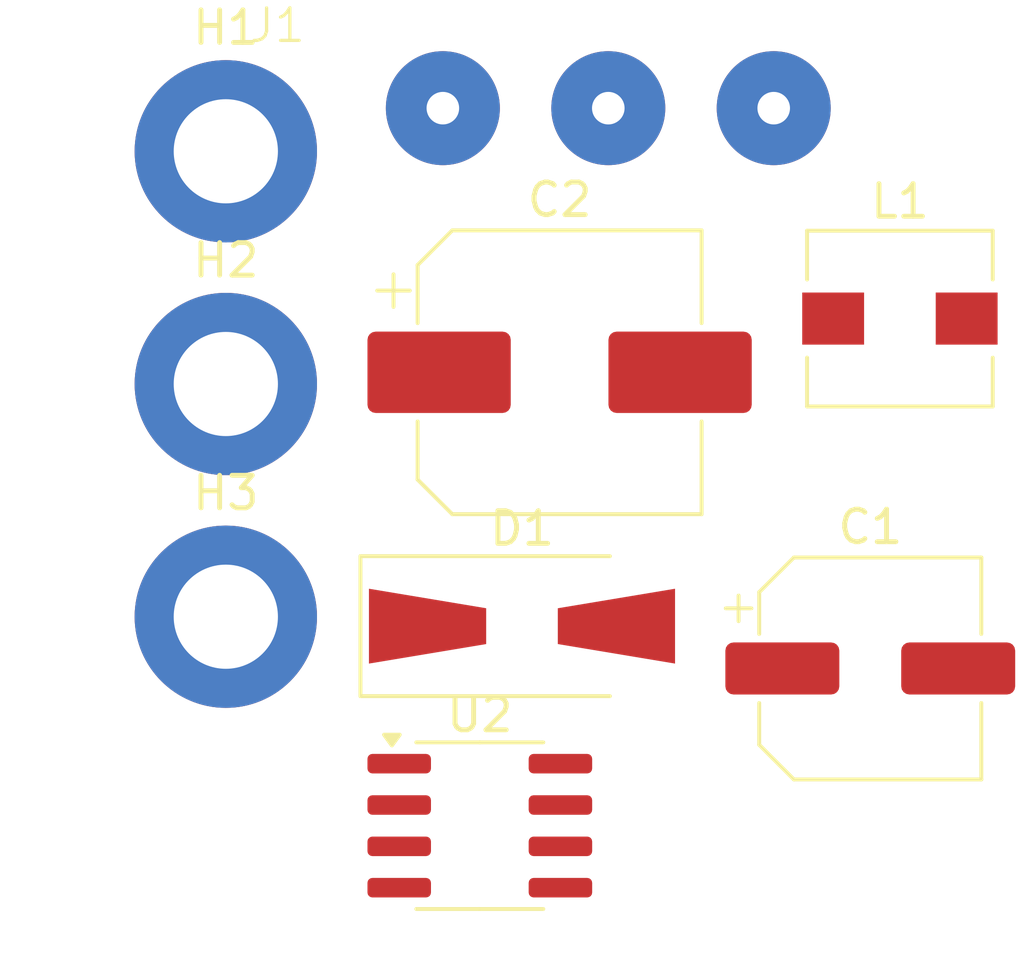
<source format=kicad_pcb>
(kicad_pcb (version 20240108) (generator "pcbnew") (generator_version "8.0")
  (layers (0 "F.Cu" signal) (31 "B.Cu" signal) (34 "B.Paste" user) (35 "F.Paste" user) (36 "B.SilkS" user "B.Silkscreen") (37 "F.SilkS" user "F.Silkscreen") (38 "B.Mask" user) (39 "F.Mask" user) (44 "Edge.Cuts" user))
  (net 0 "")
  (net 1 "GND")
  (net 2 "+15V")
  (net 3 "+5V")
  (net 4 "Net-(D1-K)")
  (footprint "Inductor_SMD:L_Wuerth_HCI-5040" (layer "F.Cu") (at 99.556 47.924)
    (property "Reference" "L1" (at 0 -3.6 0) (layer "F.SilkS"))
    (property "Value" "100 uH")
    (fp_line (start -2.85 -2.7) (end 2.85 -2.7) (stroke (width 0.12)) (layer "F.SilkS"))
    (fp_line (start -2.85 -1.2) (end -2.85 -2.7) (stroke (width 0.12)) (layer "F.SilkS"))
    (fp_line (start -2.85 1.2) (end -2.85 2.7) (stroke (width 0.12)) (layer "F.SilkS"))
    (fp_line (start -2.85 2.7) (end 2.85 2.7) (stroke (width 0.12)) (layer "F.SilkS"))
    (fp_line (start 2.85 -2.7) (end 2.85 -1.2) (stroke (width 0.12)) (layer "F.SilkS"))
    (fp_line (start 2.85 2.7) (end 2.85 1.2) (stroke (width 0.12)) (layer "F.SilkS"))
    (pad "1" smd rect (at -2.05 0) (size 1.9 1.6) (layers "F.Cu" "F.Paste" "F.Mask") (net 4 "Net-(D1-K)"))
    (pad "2" smd rect (at 2.05 0) (size 1.9 1.6) (layers "F.Cu" "F.Paste" "F.Mask") (net 3 "+5V"))
  )
  (footprint "Castillation:cast" (layer "F.Cu") (at 85.521 41.459)
    (property "Reference" "J1" (at -5.08 -2.54 0) (layer "F.SilkS") (effects (font (thickness 0.1))))
    (property "Value" "Conn_01x03_Pin")
    (pad "1" thru_hole circle (at 0 0) (size 3.5 3.5) (drill 1) (property pad_prop_castellated) (layers "*.Cu" "*.Mask") (net 3 "+5V"))
    (pad "2" thru_hole circle (at 5.08 0) (size 3.5 3.5) (drill 1) (property pad_prop_castellated) (layers "*.Cu" "*.Mask") (net 1 "GND"))
    (pad "3" thru_hole circle (at 10.16 0) (size 3.5 3.5) (drill 1) (property pad_prop_castellated) (layers "*.Cu" "*.Mask") (net 2 "+15V"))
  )
  (footprint "MountingHole:MountingHole_3.2mm_M3_DIN965_Pad" (layer "F.Cu") (at 78.856 57.084)
    (property "Reference" "H3" (at 0 -3.8 0) (layer "F.SilkS"))
    (property "Value" "MountingHole_Pad")
    (pad "1" thru_hole circle (at 0 0) (size 5.6 5.6) (drill 3.2) (layers "*.Cu" "*.Mask") (net 3 "+5V"))
  )
  (footprint "MountingHole:MountingHole_3.2mm_M3_DIN965_Pad" (layer "F.Cu") (at 78.856 49.934)
    (property "Reference" "H2" (at 0 -3.8 0) (layer "F.SilkS"))
    (property "Value" "MountingHole_Pad")
    (pad "1" thru_hole circle (at 0 0) (size 5.6 5.6) (drill 3.2) (layers "*.Cu" "*.Mask") (net 1 "GND"))
  )
  (footprint "Capacitor_SMD:CP_Elec_8x10.5" (layer "F.Cu") (at 89.106 49.574)
    (property "Reference" "C2" (at 0 -5.3 0) (layer "F.SilkS"))
    (property "Value" "1000 uF")
    (fp_line (start -5.6 -2.51) (end -4.6 -2.51) (stroke (width 0.12)) (layer "F.SilkS"))
    (fp_line (start -5.1 -3.01) (end -5.1 -2.01) (stroke (width 0.12)) (layer "F.SilkS"))
    (fp_line (start -4.36 -3.295563) (end -4.36 -1.51) (stroke (width 0.12)) (layer "F.SilkS"))
    (fp_line (start -4.36 -3.295563) (end -3.295563 -4.36) (stroke (width 0.12)) (layer "F.SilkS"))
    (fp_line (start -4.36 3.295563) (end -4.36 1.51) (stroke (width 0.12)) (layer "F.SilkS"))
    (fp_line (start -4.36 3.295563) (end -3.295563 4.36) (stroke (width 0.12)) (layer "F.SilkS"))
    (fp_line (start -3.295563 -4.36) (end 4.36 -4.36) (stroke (width 0.12)) (layer "F.SilkS"))
    (fp_line (start -3.295563 4.36) (end 4.36 4.36) (stroke (width 0.12)) (layer "F.SilkS"))
    (fp_line (start 4.36 -4.36) (end 4.36 -1.51) (stroke (width 0.12)) (layer "F.SilkS"))
    (fp_line (start 4.36 4.36) (end 4.36 1.51) (stroke (width 0.12)) (layer "F.SilkS"))
    (pad "1" smd roundrect (at -3.7 0) (size 4.4 2.5) (layers "F.Cu" "F.Paste" "F.Mask") (roundrect_rratio 0.1) (net 3 "+5V"))
    (pad "2" smd roundrect (at 3.7 0) (size 4.4 2.5) (layers "F.Cu" "F.Paste" "F.Mask") (roundrect_rratio 0.1) (net 1 "GND"))
  )
  (footprint "Capacitor_SMD:CP_Elec_6.3x5.4_Nichicon" (layer "F.Cu") (at 98.646 58.674)
    (property "Reference" "C1" (at 0 -4.35 0) (layer "F.SilkS"))
    (property "Value" "100 uF")
    (fp_line (start -4.4375 -1.8475) (end -3.65 -1.8475) (stroke (width 0.12)) (layer "F.SilkS"))
    (fp_line (start -4.04375 -2.24125) (end -4.04375 -1.45375) (stroke (width 0.12)) (layer "F.SilkS"))
    (fp_line (start -3.41 -2.345563) (end -3.41 -1.06) (stroke (width 0.12)) (layer "F.SilkS"))
    (fp_line (start -3.41 -2.345563) (end -2.345563 -3.41) (stroke (width 0.12)) (layer "F.SilkS"))
    (fp_line (start -3.41 2.345563) (end -3.41 1.06) (stroke (width 0.12)) (layer "F.SilkS"))
    (fp_line (start -3.41 2.345563) (end -2.345563 3.41) (stroke (width 0.12)) (layer "F.SilkS"))
    (fp_line (start -2.345563 -3.41) (end 3.41 -3.41) (stroke (width 0.12)) (layer "F.SilkS"))
    (fp_line (start -2.345563 3.41) (end 3.41 3.41) (stroke (width 0.12)) (layer "F.SilkS"))
    (fp_line (start 3.41 -3.41) (end 3.41 -1.06) (stroke (width 0.12)) (layer "F.SilkS"))
    (fp_line (start 3.41 3.41) (end 3.41 1.06) (stroke (width 0.12)) (layer "F.SilkS"))
    (pad "1" smd roundrect (at -2.7 0) (size 3.5 1.6) (layers "F.Cu" "F.Paste" "F.Mask") (roundrect_rratio 0.15625) (net 2 "+15V"))
    (pad "2" smd roundrect (at 2.7 0) (size 3.5 1.6) (layers "F.Cu" "F.Paste" "F.Mask") (roundrect_rratio 0.15625) (net 1 "GND"))
  )
  (footprint "MountingHole:MountingHole_3.2mm_M3_DIN965_Pad" (layer "F.Cu") (at 78.856 42.784)
    (property "Reference" "H1" (at 0 -3.8 0) (layer "F.SilkS"))
    (property "Value" "MountingHole_Pad")
    (pad "1" thru_hole circle (at 0 0) (size 5.6 5.6) (drill 3.2) (layers "*.Cu" "*.Mask") (net 2 "+15V"))
  )
  (footprint "Package_SO:SOIC-8_3.9x4.9mm_P1.27mm" (layer "F.Cu") (at 86.656 63.504)
    (property "Reference" "U2" (at 0 -3.4 0) (layer "F.SilkS"))
    (property "Value" "GL2576-5.0SF8DR")
    (fp_line (start 0 -2.56) (end -1.95 -2.56) (stroke (width 0.12)) (layer "F.SilkS"))
    (fp_line (start 0 -2.56) (end 1.95 -2.56) (stroke (width 0.12)) (layer "F.SilkS"))
    (fp_line (start 0 2.56) (end -1.95 2.56) (stroke (width 0.12)) (layer "F.SilkS"))
    (fp_line (start 0 2.56) (end 1.95 2.56) (stroke (width 0.12)) (layer "F.SilkS"))
    (fp_poly (pts (xy -2.7 -2.465) (xy -2.94 -2.795) (xy -2.46 -2.795) (xy -2.7 -2.465)) (stroke (width 0.12)) (fill solid) (layer "F.SilkS"))
    (pad "1" smd roundrect (at -2.475 -1.905) (size 1.95 0.6) (layers "F.Cu" "F.Paste" "F.Mask") (net 2 "+15V"))
    (pad "2" smd roundrect (at -2.475 -0.635) (size 1.95 0.6) (layers "F.Cu" "F.Paste" "F.Mask") (net 4 "Net-(D1-K)"))
    (pad "3" smd roundrect (at -2.475 0.635) (size 1.95 0.6) (layers "F.Cu" "F.Paste" "F.Mask") (net 3 "+5V"))
    (pad "4" smd roundrect (at -2.475 1.905) (size 1.95 0.6) (layers "F.Cu" "F.Paste" "F.Mask") (net 1 "GND"))
    (pad "5" smd roundrect (at 2.475 1.905) (size 1.95 0.6) (layers "F.Cu" "F.Paste" "F.Mask") (net 1 "GND"))
    (pad "6" smd roundrect (at 2.475 0.635) (size 1.95 0.6) (layers "F.Cu" "F.Paste" "F.Mask") (net 1 "GND"))
    (pad "7" smd roundrect (at 2.475 -0.635) (size 1.95 0.6) (layers "F.Cu" "F.Paste" "F.Mask") (net 1 "GND"))
    (pad "8" smd roundrect (at 2.475 -1.905) (size 1.95 0.6) (layers "F.Cu" "F.Paste" "F.Mask") (net 1 "GND"))
  )
  (footprint "Diode_SMD:D_SMA-SMB_Universal_Handsoldering" (layer "F.Cu") (at 87.951 57.374)
    (property "Reference" "D1" (at 0 -3 0) (layer "F.SilkS"))
    (property "Value" "1N5822")
    (fp_line (start -4.96 -2.15) (end -4.96 2.15) (stroke (width 0.12)) (layer "F.SilkS"))
    (fp_line (start -4.96 -2.15) (end 2.7 -2.15) (stroke (width 0.12)) (layer "F.SilkS"))
    (fp_line (start -4.96 2.15) (end 2.7 2.15) (stroke (width 0.12)) (layer "F.SilkS"))
    (pad "1" smd trapezoid (at -2.9 0) (size 3.6 1.7) (rect_delta 0.6 0) (layers "F.Cu" "F.Paste" "F.Mask") (net 4 "Net-(D1-K)"))
    (pad "2" smd trapezoid (at 2.9 0 180) (size 3.6 1.7) (rect_delta 0.6 0) (layers "F.Cu" "F.Paste" "F.Mask") (net 1 "GND"))
  )
)
</source>
